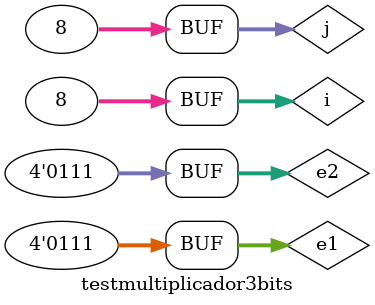
<source format=v>

module meiasoma(saida,carry,e1,e2);
output saida,carry;
input e1,e2;

xor xor1 (saida,e1,e2);
and and1 (carry,e1,e2);

endmodule


module somacompleta (soma,carryout,e1,e2,carryin);
output soma,carryout;
input e1,e2,carryin;
wire carry2;

meiasoma MeiaSoma1 (saida,carry,e1,e2);
meiasoma MeiaSoma2 (soma,carry2,saida,carryin);
or OR1 (carryout,carry2,carry);


endmodule


module Somador4bits(saida,carryout,e1,e2);

output [3:0]saida;
output carryout;
input [3:0]e1,e2;
wire carryout1,carryout2,carryout3;

meiasoma MEIASOMA (saida[0],carryout1,e1[0],e2[0]);
somacompleta SOMACOMPLETA1 (saida[1],carryout2,e1[1],e2[1],carryout1);
somacompleta SOMACOMPLETA2 (saida[2],carryout3,e1[2],e2[2],carryout2);
somacompleta SOMACOMPLETA3 (saida[3],carryout,e1[3],e2[3],carryout3);

endmodule

module Multiplicador3bits(saidadefinitiva,s0,carryout,e1,e2);

output [3:0]saidadefinitiva;
output carryout;
output s0;
input [3:0]e1,e2;
wire [3:0]a,b,temp2,saida;
wire carryout1;


and AND13 (s0,e1[0],e2[0]);
and AND2 (b[0],e1[0],e2[1]);
and AND3 (b[1],e1[1],e2[1]);
and AND4 (b[2],e1[2],e2[1]);
and AND12 (b[3],0,0);
and AND5 (a[0],e1[1],e2[0]);
and AND10 (a[1],0,0);
and AND11 (a[2],0,0);
and AND6 (a[3],e1[2],e2[1]);

and AND7 (temp2[0],e1[2],e2[2]);
and AND8 (temp2[1],e1[1],e2[2]);
and AND9 (temp2[2],e1[0],e2[2]);
and AND14 (temp2[3],0,0);

Somador4bits SOMADOR1(saida,carryout1,a,b);
Somador4bits SOMADOR2(saidadefinitiva,carryout,saida,temp2);


endmodule


module testmultiplicador3bits;
reg [3:0]e1,e2;
wire [3:0]saidadefinitiva;
wire carryout;
integer i,j;
 
Multiplicador3bits MULTIPLICADOR(saidadefinitiva,s0,carryout,e1,e2);

initial begin: start
		e1=0; e2=0;
end


	initial begin:main

      $display("\nguia05_03 - Anderson Belchior de Carvalho - 396673\n");
		$display("Circuito Multiplicador com 3 bits ");
		#1 $display(" e1 + e2 = carry   saida ");
		#1 $monitor(" %4b + %4b = %b    %4b%b", e1,e2,carryout,saidadefinitiva,s0);

		for( i=0; i<=7; i = i+1 )
		begin
			e1 = i;
			for ( j=0; j<=7; j = j+1 )
			begin
				#1 e2 = j;
			end
		end

	end

endmodule //fim guia05_03
</source>
